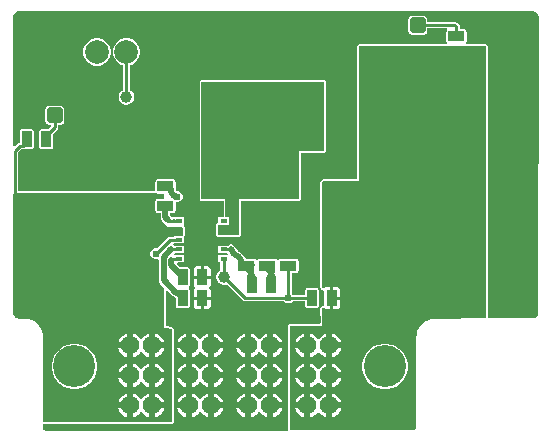
<source format=gtl>
G04*
G04 #@! TF.GenerationSoftware,Altium Limited,Altium Designer,24.5.2 (23)*
G04*
G04 Layer_Physical_Order=1*
G04 Layer_Color=255*
%FSLAX25Y25*%
%MOIN*%
G70*
G04*
G04 #@! TF.SameCoordinates,31380466-C734-4E74-93B1-4E6A1FEF37DE*
G04*
G04*
G04 #@! TF.FilePolarity,Positive*
G04*
G01*
G75*
%ADD11C,0.01968*%
%ADD12C,0.01000*%
%ADD17R,0.05118X0.05118*%
%ADD18R,0.18110X0.13386*%
G04:AMPARAMS|DCode=19|XSize=62.99mil|YSize=118.11mil|CornerRadius=4.72mil|HoleSize=0mil|Usage=FLASHONLY|Rotation=180.000|XOffset=0mil|YOffset=0mil|HoleType=Round|Shape=RoundedRectangle|*
%AMROUNDEDRECTD19*
21,1,0.06299,0.10866,0,0,180.0*
21,1,0.05354,0.11811,0,0,180.0*
1,1,0.00945,-0.02677,0.05433*
1,1,0.00945,0.02677,0.05433*
1,1,0.00945,0.02677,-0.05433*
1,1,0.00945,-0.02677,-0.05433*
%
%ADD19ROUNDEDRECTD19*%
G04:AMPARAMS|DCode=20|XSize=55.12mil|YSize=35.43mil|CornerRadius=2.66mil|HoleSize=0mil|Usage=FLASHONLY|Rotation=270.000|XOffset=0mil|YOffset=0mil|HoleType=Round|Shape=RoundedRectangle|*
%AMROUNDEDRECTD20*
21,1,0.05512,0.03012,0,0,270.0*
21,1,0.04980,0.03543,0,0,270.0*
1,1,0.00532,-0.01506,-0.02490*
1,1,0.00532,-0.01506,0.02490*
1,1,0.00532,0.01506,0.02490*
1,1,0.00532,0.01506,-0.02490*
%
%ADD20ROUNDEDRECTD20*%
G04:AMPARAMS|DCode=21|XSize=55.12mil|YSize=35.43mil|CornerRadius=2.66mil|HoleSize=0mil|Usage=FLASHONLY|Rotation=0.000|XOffset=0mil|YOffset=0mil|HoleType=Round|Shape=RoundedRectangle|*
%AMROUNDEDRECTD21*
21,1,0.05512,0.03012,0,0,0.0*
21,1,0.04980,0.03543,0,0,0.0*
1,1,0.00532,0.02490,-0.01506*
1,1,0.00532,-0.02490,-0.01506*
1,1,0.00532,-0.02490,0.01506*
1,1,0.00532,0.02490,0.01506*
%
%ADD21ROUNDEDRECTD21*%
%ADD22C,0.03937*%
%ADD23R,0.12992X0.12500*%
G04:AMPARAMS|DCode=24|XSize=51.18mil|YSize=51.18mil|CornerRadius=5.12mil|HoleSize=0mil|Usage=FLASHONLY|Rotation=180.000|XOffset=0mil|YOffset=0mil|HoleType=Round|Shape=RoundedRectangle|*
%AMROUNDEDRECTD24*
21,1,0.05118,0.04095,0,0,180.0*
21,1,0.04095,0.05118,0,0,180.0*
1,1,0.01024,-0.02047,0.02047*
1,1,0.01024,0.02047,0.02047*
1,1,0.01024,0.02047,-0.02047*
1,1,0.01024,-0.02047,-0.02047*
%
%ADD24ROUNDEDRECTD24*%
%ADD26R,0.02362X0.01181*%
G04:AMPARAMS|DCode=27|XSize=62.99mil|YSize=118.11mil|CornerRadius=4.72mil|HoleSize=0mil|Usage=FLASHONLY|Rotation=270.000|XOffset=0mil|YOffset=0mil|HoleType=Round|Shape=RoundedRectangle|*
%AMROUNDEDRECTD27*
21,1,0.06299,0.10866,0,0,270.0*
21,1,0.05354,0.11811,0,0,270.0*
1,1,0.00945,-0.05433,-0.02677*
1,1,0.00945,-0.05433,0.02677*
1,1,0.00945,0.05433,0.02677*
1,1,0.00945,0.05433,-0.02677*
%
%ADD27ROUNDEDRECTD27*%
%ADD43R,0.10236X0.11811*%
%ADD44C,0.02000*%
%ADD45C,0.10000*%
%ADD46C,0.07874*%
%ADD47C,0.14016*%
%ADD48C,0.06142*%
%ADD49C,0.05000*%
%ADD50C,0.02400*%
%ADD51C,0.02800*%
G36*
X181700Y37224D02*
X164690Y37139D01*
X164645Y37130D01*
X164600Y37137D01*
X164208Y37117D01*
X164061Y37081D01*
X163910D01*
X163141Y36928D01*
X162955Y36851D01*
X162759Y36812D01*
X162034Y36512D01*
X161867Y36400D01*
X161681Y36323D01*
X161030Y35888D01*
X160888Y35745D01*
X160721Y35634D01*
X160166Y35080D01*
X160055Y34912D01*
X159913Y34770D01*
X159477Y34119D01*
X159400Y33933D01*
X159288Y33766D01*
X158988Y33042D01*
X158949Y32844D01*
X158872Y32659D01*
X158719Y31890D01*
Y31739D01*
X158683Y31592D01*
X158663Y31200D01*
X158671Y31150D01*
X158661Y31100D01*
Y1407D01*
X158586Y1028D01*
X158438Y671D01*
X158223Y350D01*
X157950Y77D01*
X157835Y0D01*
X116900D01*
X116500Y400D01*
Y34800D01*
X126877D01*
X127236Y34800D01*
X127336Y34900D01*
X127335Y35259D01*
X127326Y40601D01*
X127825Y40753D01*
X127930Y40597D01*
X128348Y40317D01*
X128842Y40219D01*
X129848D01*
Y44000D01*
Y47781D01*
X128842D01*
X128348Y47682D01*
X127930Y47403D01*
X127814Y47230D01*
X127314Y47381D01*
X127251Y82647D01*
X127604Y83000D01*
X139500Y83000D01*
Y128000D01*
X181700D01*
Y37224D01*
D02*
G37*
G36*
X78251Y69121D02*
X78241Y69136D01*
X78211Y69149D01*
X78161Y69161D01*
X78091Y69171D01*
X77891Y69187D01*
X77251Y69199D01*
Y70199D01*
X77441Y70200D01*
X78211Y70249D01*
X78241Y70263D01*
X78251Y70278D01*
Y69121D01*
D02*
G37*
G36*
X72172Y78927D02*
X72510Y78859D01*
X74500D01*
Y77141D01*
X72510D01*
X72172Y77073D01*
X71886Y76882D01*
X71694Y76596D01*
X71627Y76258D01*
Y73246D01*
X71694Y72908D01*
X71886Y72622D01*
X72172Y72431D01*
X72510Y72363D01*
X73369D01*
Y71000D01*
X73493Y70376D01*
X73847Y69846D01*
X75893Y67800D01*
X80459D01*
X80811Y67445D01*
X80785Y64800D01*
X77693D01*
X77414Y64522D01*
X76427D01*
X76427Y64522D01*
X75998Y64436D01*
X75634Y64193D01*
X72014Y60573D01*
X71442D01*
X70780Y60299D01*
X70274Y59792D01*
X70000Y59131D01*
Y58415D01*
X70274Y57753D01*
X70780Y57247D01*
X71442Y56973D01*
X72158D01*
X72400Y57073D01*
X72816Y56796D01*
Y49956D01*
X72939Y49338D01*
X73289Y48814D01*
X74600Y47503D01*
Y33750D01*
X74850Y34000D01*
X76042D01*
X76118Y33886D01*
X76404Y33694D01*
X76742Y33627D01*
X77200D01*
Y2700D01*
X34139D01*
Y31049D01*
X34137Y31061D01*
X34161Y31225D01*
X34142Y31617D01*
X34105Y31763D01*
Y31914D01*
X33952Y32683D01*
X33875Y32869D01*
X33836Y33066D01*
X33536Y33790D01*
X33424Y33957D01*
X33347Y34143D01*
X32912Y34795D01*
X32770Y34937D01*
X32658Y35104D01*
X32104Y35658D01*
X31937Y35770D01*
X31795Y35912D01*
X31143Y36347D01*
X30957Y36424D01*
X30790Y36536D01*
X30066Y36836D01*
X29869Y36875D01*
X29683Y36952D01*
X28914Y37105D01*
X28763D01*
X28616Y37142D01*
X28225Y37161D01*
X28174Y37154D01*
X28124Y37163D01*
X26031D01*
X25653Y37239D01*
X25296Y37387D01*
X24974Y37601D01*
X24701Y37874D01*
X24487Y38195D01*
X24339Y38552D01*
X24264Y38931D01*
Y39124D01*
X24264Y39125D01*
X24264Y39125D01*
X24254Y78646D01*
X24607Y79000D01*
X72062D01*
X72172Y78927D01*
D02*
G37*
G36*
X197199Y139761D02*
X197199Y139761D01*
X197200Y139761D01*
X197413D01*
X197831Y139678D01*
X198225Y139515D01*
X198579Y139278D01*
X198880Y138977D01*
X199117Y138622D01*
X199280Y138228D01*
X199363Y137811D01*
Y137600D01*
X199260Y39030D01*
X199261Y39029D01*
X199260Y39028D01*
Y38858D01*
X199194Y38525D01*
X199064Y38211D01*
X198875Y37928D01*
X198635Y37688D01*
X198353Y37499D01*
X198039Y37369D01*
X197706Y37303D01*
X197536D01*
X197531Y37302D01*
X197526Y37303D01*
X182704Y37229D01*
X182349Y37582D01*
Y128000D01*
X182159Y128459D01*
X181700Y128649D01*
X175313D01*
X175172Y128982D01*
X175135Y129149D01*
X175306Y129404D01*
X175373Y129742D01*
Y132754D01*
X175306Y133092D01*
X175114Y133378D01*
X174828Y133570D01*
X174490Y133637D01*
X173122D01*
Y134414D01*
X173036Y134843D01*
X172793Y135207D01*
X172793Y135207D01*
X172207Y135793D01*
X171843Y136036D01*
X171414Y136122D01*
X171414Y136122D01*
X162315D01*
Y137047D01*
X162228Y137481D01*
X161983Y137849D01*
X161615Y138094D01*
X161181Y138181D01*
X157087D01*
X156653Y138094D01*
X156285Y137849D01*
X156039Y137481D01*
X155953Y137047D01*
Y132953D01*
X156039Y132519D01*
X156285Y132151D01*
X156653Y131905D01*
X157087Y131819D01*
X161181D01*
X161615Y131905D01*
X161983Y132151D01*
X162228Y132519D01*
X162315Y132953D01*
Y133878D01*
X168735D01*
X168886Y133378D01*
X168886Y133378D01*
X168694Y133092D01*
X168627Y132754D01*
Y129742D01*
X168694Y129404D01*
X168865Y129149D01*
X168828Y128982D01*
X168687Y128649D01*
X139500D01*
X139041Y128459D01*
X138851Y128000D01*
Y84003D01*
X138497Y83649D01*
X127604Y83650D01*
X127604Y83650D01*
X127604Y83650D01*
X127375Y83555D01*
X127145Y83460D01*
X127145Y83459D01*
X127145Y83459D01*
X126791Y83105D01*
X126791Y83105D01*
X126791Y83105D01*
X126694Y82869D01*
X126602Y82646D01*
X126602Y82646D01*
X126602Y82645D01*
X126664Y47380D01*
X126725Y47233D01*
X126741Y47074D01*
X126818Y47012D01*
X126855Y46921D01*
X127003Y46860D01*
X127126Y46759D01*
X127626Y46608D01*
X127956Y46197D01*
X127959Y46126D01*
Y41859D01*
X127958Y41794D01*
X127636Y41374D01*
X127137Y41222D01*
X127013Y41121D01*
X126866Y41059D01*
X126828Y40969D01*
X126753Y40907D01*
X126737Y40748D01*
X126676Y40600D01*
X126685Y35803D01*
X126332Y35449D01*
X116500D01*
X116041Y35259D01*
X115851Y34800D01*
Y400D01*
X115972Y107D01*
X115722Y-393D01*
X35840Y-457D01*
X35674D01*
X35345Y-391D01*
X35035Y-263D01*
X34756Y-76D01*
X34519Y161D01*
X34333Y440D01*
X34205Y750D01*
X34139Y1079D01*
Y2051D01*
X77200D01*
X77659Y2241D01*
X77849Y2700D01*
Y33627D01*
X77659Y34086D01*
X77200Y34277D01*
X76806D01*
X76658Y34306D01*
X76586Y34354D01*
X76582Y34361D01*
X76526Y34398D01*
X76501Y34459D01*
X76326Y34532D01*
X76168Y34637D01*
X76103Y34624D01*
X76042Y34649D01*
X75249D01*
Y46200D01*
X75711Y46392D01*
X77486Y44618D01*
X78010Y44267D01*
X78228Y44224D01*
X78363Y44089D01*
Y41510D01*
X78431Y41172D01*
X78622Y40886D01*
X78908Y40694D01*
X79246Y40627D01*
X82258D01*
X82596Y40694D01*
X82882Y40886D01*
X83073Y41172D01*
X83141Y41510D01*
Y46490D01*
X83073Y46828D01*
X82882Y47114D01*
X82721Y47222D01*
X82691Y47335D01*
Y47665D01*
X82721Y47778D01*
X82882Y47886D01*
X83073Y48172D01*
X83141Y48510D01*
Y53490D01*
X83073Y53828D01*
X82882Y54114D01*
X82596Y54306D01*
X82258Y54373D01*
X79896D01*
X78858Y55410D01*
X79066Y55910D01*
X81201D01*
Y58291D01*
X77900D01*
X77715Y58735D01*
X78028Y59060D01*
X81201D01*
Y61441D01*
X78019D01*
X77568Y61743D01*
X77701Y62209D01*
X81201D01*
Y64321D01*
X81240Y64336D01*
X81241Y64339D01*
X81244Y64341D01*
X81338Y64568D01*
X81435Y64794D01*
X81461Y67438D01*
X81460Y67440D01*
X81461Y67441D01*
X81367Y67671D01*
X81275Y67899D01*
X81274Y67900D01*
X81273Y67902D01*
X81167Y68009D01*
X81201Y68509D01*
X81201Y68509D01*
Y70890D01*
X78341D01*
X78251Y70927D01*
X78190Y70902D01*
X78125Y70915D01*
X77639Y70890D01*
X77196Y71090D01*
X77153Y71153D01*
X76631Y71676D01*
Y72363D01*
X77490D01*
X77828Y72431D01*
X78114Y72622D01*
X78306Y72908D01*
X78373Y73246D01*
Y75846D01*
X78547Y75963D01*
X79263D01*
X79925Y76237D01*
X80431Y76743D01*
X80705Y77405D01*
Y78121D01*
X80431Y78782D01*
X79925Y79289D01*
X79263Y79563D01*
X78931D01*
X78875Y79600D01*
X78678Y79639D01*
X78387Y79930D01*
Y80461D01*
X78373Y80531D01*
Y82754D01*
X78306Y83092D01*
X78114Y83378D01*
X77828Y83569D01*
X77490Y83637D01*
X72510D01*
X72172Y83569D01*
X71886Y83378D01*
X71694Y83092D01*
X71627Y82754D01*
Y79742D01*
X71551Y79649D01*
X25846D01*
Y92508D01*
X26970Y93632D01*
X27222D01*
X27246Y93627D01*
X30258D01*
X30596Y93694D01*
X30882Y93886D01*
X31073Y94172D01*
X31141Y94510D01*
Y99490D01*
X31073Y99828D01*
X30882Y100114D01*
X30596Y100306D01*
X30258Y100373D01*
X27246D01*
X26908Y100306D01*
X26622Y100114D01*
X26430Y99828D01*
X26363Y99490D01*
Y95847D01*
X26076Y95790D01*
X25712Y95547D01*
X25712Y95546D01*
X24712Y94546D01*
X24250Y94737D01*
X24239Y137700D01*
Y137913D01*
X24322Y138331D01*
X24485Y138725D01*
X24722Y139079D01*
X25023Y139380D01*
X25378Y139617D01*
X25771Y139780D01*
X26189Y139863D01*
X26401D01*
X197199Y139761D01*
D02*
G37*
%LPC*%
G36*
X131854Y47781D02*
X130848D01*
Y44500D01*
X133144D01*
Y46490D01*
X133046Y46984D01*
X132766Y47403D01*
X132348Y47682D01*
X131854Y47781D01*
D02*
G37*
G36*
X133144Y43500D02*
X130848D01*
Y40219D01*
X131854D01*
X132348Y40317D01*
X132766Y40597D01*
X133046Y41016D01*
X133144Y41510D01*
Y43500D01*
D02*
G37*
G36*
X128634Y32167D02*
X128063Y32014D01*
X127135Y31478D01*
X126377Y30720D01*
X126183Y30385D01*
X125683D01*
X125490Y30720D01*
X124732Y31478D01*
X123804Y32014D01*
X123233Y32167D01*
Y28220D01*
Y24274D01*
X123804Y24427D01*
X124732Y24963D01*
X125490Y25721D01*
X125683Y26056D01*
X126183D01*
X126377Y25721D01*
X127135Y24963D01*
X128063Y24427D01*
X128634Y24274D01*
Y28220D01*
Y32167D01*
D02*
G37*
G36*
X130634D02*
Y29221D01*
X133581D01*
X133428Y29792D01*
X132892Y30720D01*
X132134Y31478D01*
X131205Y32014D01*
X130634Y32167D01*
D02*
G37*
G36*
X121233D02*
X120661Y32014D01*
X119733Y31478D01*
X118975Y30720D01*
X118439Y29792D01*
X118286Y29221D01*
X121233D01*
Y32167D01*
D02*
G37*
G36*
X133581Y27220D02*
X130634D01*
Y24274D01*
X131205Y24427D01*
X132134Y24963D01*
X132892Y25721D01*
X133428Y26649D01*
X133581Y27220D01*
D02*
G37*
G36*
X121233D02*
X118286D01*
X118439Y26649D01*
X118975Y25721D01*
X119733Y24963D01*
X120661Y24427D01*
X121233Y24274D01*
Y27220D01*
D02*
G37*
G36*
X128634Y22167D02*
X128063Y22014D01*
X127135Y21478D01*
X126377Y20720D01*
X126183Y20385D01*
X125683D01*
X125490Y20720D01*
X124732Y21478D01*
X123804Y22014D01*
X123233Y22167D01*
Y18221D01*
Y14274D01*
X123804Y14427D01*
X124732Y14963D01*
X125490Y15721D01*
X125683Y16056D01*
X126183D01*
X126377Y15721D01*
X127135Y14963D01*
X128063Y14427D01*
X128634Y14274D01*
Y18221D01*
Y22167D01*
D02*
G37*
G36*
X130634D02*
Y19220D01*
X133581D01*
X133428Y19792D01*
X132892Y20720D01*
X132134Y21478D01*
X131205Y22014D01*
X130634Y22167D01*
D02*
G37*
G36*
X121233D02*
X120661Y22014D01*
X119733Y21478D01*
X118975Y20720D01*
X118439Y19792D01*
X118286Y19220D01*
X121233D01*
Y22167D01*
D02*
G37*
G36*
X133581Y17221D02*
X130634D01*
Y14274D01*
X131205Y14427D01*
X132134Y14963D01*
X132892Y15721D01*
X133428Y16649D01*
X133581Y17221D01*
D02*
G37*
G36*
X121233D02*
X118286D01*
X118439Y16649D01*
X118975Y15721D01*
X119733Y14963D01*
X120661Y14427D01*
X121233Y14274D01*
Y17221D01*
D02*
G37*
G36*
X148888Y28820D02*
X147389D01*
X145919Y28528D01*
X144535Y27955D01*
X143289Y27122D01*
X142229Y26062D01*
X141396Y24816D01*
X140823Y23432D01*
X140530Y21962D01*
Y20463D01*
X140823Y18993D01*
X141396Y17609D01*
X142229Y16363D01*
X143289Y15303D01*
X144535Y14471D01*
X145919Y13897D01*
X147389Y13605D01*
X148888D01*
X150357Y13897D01*
X151742Y14471D01*
X152988Y15303D01*
X154048Y16363D01*
X154880Y17609D01*
X155454Y18993D01*
X155746Y20463D01*
Y21962D01*
X155454Y23432D01*
X154880Y24816D01*
X154048Y26062D01*
X152988Y27122D01*
X151742Y27955D01*
X150357Y28528D01*
X148888Y28820D01*
D02*
G37*
G36*
X128634Y12167D02*
X128063Y12014D01*
X127135Y11478D01*
X126377Y10720D01*
X126183Y10385D01*
X125683D01*
X125490Y10720D01*
X124732Y11478D01*
X123804Y12014D01*
X123233Y12167D01*
Y8220D01*
Y4274D01*
X123804Y4427D01*
X124732Y4963D01*
X125490Y5721D01*
X125683Y6056D01*
X126183D01*
X126377Y5721D01*
X127135Y4963D01*
X128063Y4427D01*
X128634Y4274D01*
Y8220D01*
Y12167D01*
D02*
G37*
G36*
X130634D02*
Y9221D01*
X133581D01*
X133428Y9792D01*
X132892Y10720D01*
X132134Y11478D01*
X131205Y12014D01*
X130634Y12167D01*
D02*
G37*
G36*
X121233D02*
X120661Y12014D01*
X119733Y11478D01*
X118975Y10720D01*
X118439Y9792D01*
X118286Y9221D01*
X121233D01*
Y12167D01*
D02*
G37*
G36*
X133581Y7220D02*
X130634D01*
Y4274D01*
X131205Y4427D01*
X132134Y4963D01*
X132892Y5721D01*
X133428Y6649D01*
X133581Y7220D01*
D02*
G37*
G36*
X121233D02*
X118286D01*
X118439Y6649D01*
X118975Y5721D01*
X119733Y4963D01*
X120661Y4427D01*
X121233Y4274D01*
Y7220D01*
D02*
G37*
G36*
X69579Y32167D02*
X69008Y32014D01*
X68080Y31478D01*
X67322Y30720D01*
X67128Y30385D01*
X66628D01*
X66435Y30720D01*
X65677Y31478D01*
X64749Y32014D01*
X64178Y32167D01*
Y28220D01*
Y24274D01*
X64749Y24427D01*
X65677Y24963D01*
X66435Y25721D01*
X66628Y26056D01*
X67128D01*
X67322Y25721D01*
X68080Y24963D01*
X69008Y24427D01*
X69579Y24274D01*
Y28220D01*
Y32167D01*
D02*
G37*
G36*
X71579D02*
Y29221D01*
X74526D01*
X74373Y29792D01*
X73837Y30720D01*
X73079Y31478D01*
X72150Y32014D01*
X71579Y32167D01*
D02*
G37*
G36*
X62178D02*
X61606Y32014D01*
X60678Y31478D01*
X59920Y30720D01*
X59384Y29792D01*
X59231Y29221D01*
X62178D01*
Y32167D01*
D02*
G37*
G36*
X74526Y27220D02*
X71579D01*
Y24274D01*
X72150Y24427D01*
X73079Y24963D01*
X73837Y25721D01*
X74373Y26649D01*
X74526Y27220D01*
D02*
G37*
G36*
X62178D02*
X59231D01*
X59384Y26649D01*
X59920Y25721D01*
X60678Y24963D01*
X61606Y24427D01*
X62178Y24274D01*
Y27220D01*
D02*
G37*
G36*
X69579Y22167D02*
X69008Y22014D01*
X68080Y21478D01*
X67322Y20720D01*
X67128Y20385D01*
X66628D01*
X66435Y20720D01*
X65677Y21478D01*
X64749Y22014D01*
X64178Y22167D01*
Y18221D01*
Y14274D01*
X64749Y14427D01*
X65677Y14963D01*
X66435Y15721D01*
X66628Y16056D01*
X67128D01*
X67322Y15721D01*
X68080Y14963D01*
X69008Y14427D01*
X69579Y14274D01*
Y18221D01*
Y22167D01*
D02*
G37*
G36*
X71579D02*
Y19220D01*
X74526D01*
X74373Y19792D01*
X73837Y20720D01*
X73079Y21478D01*
X72150Y22014D01*
X71579Y22167D01*
D02*
G37*
G36*
X62178D02*
X61606Y22014D01*
X60678Y21478D01*
X59920Y20720D01*
X59384Y19792D01*
X59231Y19220D01*
X62178D01*
Y22167D01*
D02*
G37*
G36*
X74526Y17221D02*
X71579D01*
Y14274D01*
X72150Y14427D01*
X73079Y14963D01*
X73837Y15721D01*
X74373Y16649D01*
X74526Y17221D01*
D02*
G37*
G36*
X62178D02*
X59231D01*
X59384Y16649D01*
X59920Y15721D01*
X60678Y14963D01*
X61606Y14427D01*
X62178Y14274D01*
Y17221D01*
D02*
G37*
G36*
X45423Y28820D02*
X43924D01*
X42454Y28528D01*
X41070Y27955D01*
X39824Y27122D01*
X38764Y26062D01*
X37932Y24816D01*
X37358Y23432D01*
X37066Y21962D01*
Y20463D01*
X37358Y18993D01*
X37932Y17609D01*
X38764Y16363D01*
X39824Y15303D01*
X41070Y14471D01*
X42454Y13897D01*
X43924Y13605D01*
X45423D01*
X46893Y13897D01*
X48277Y14471D01*
X49523Y15303D01*
X50583Y16363D01*
X51416Y17609D01*
X51989Y18993D01*
X52281Y20463D01*
Y21962D01*
X51989Y23432D01*
X51416Y24816D01*
X50583Y26062D01*
X49523Y27122D01*
X48277Y27955D01*
X46893Y28528D01*
X45423Y28820D01*
D02*
G37*
G36*
X69579Y12167D02*
X69008Y12014D01*
X68080Y11478D01*
X67322Y10720D01*
X67128Y10385D01*
X66628D01*
X66435Y10720D01*
X65677Y11478D01*
X64749Y12014D01*
X64178Y12167D01*
Y8220D01*
Y4274D01*
X64749Y4427D01*
X65677Y4963D01*
X66435Y5721D01*
X66628Y6056D01*
X67128D01*
X67322Y5721D01*
X68080Y4963D01*
X69008Y4427D01*
X69579Y4274D01*
Y8220D01*
Y12167D01*
D02*
G37*
G36*
X71579D02*
Y9221D01*
X74526D01*
X74373Y9792D01*
X73837Y10720D01*
X73079Y11478D01*
X72150Y12014D01*
X71579Y12167D01*
D02*
G37*
G36*
X62178D02*
X61606Y12014D01*
X60678Y11478D01*
X59920Y10720D01*
X59384Y9792D01*
X59231Y9221D01*
X62178D01*
Y12167D01*
D02*
G37*
G36*
X74526Y7220D02*
X71579D01*
Y4274D01*
X72150Y4427D01*
X73079Y4963D01*
X73837Y5721D01*
X74373Y6649D01*
X74526Y7220D01*
D02*
G37*
G36*
X62178D02*
X59231D01*
X59384Y6649D01*
X59920Y5721D01*
X60678Y4963D01*
X61606Y4427D01*
X62178Y4274D01*
Y7220D01*
D02*
G37*
G36*
X52755Y130537D02*
X51560D01*
X50406Y130228D01*
X49372Y129630D01*
X48527Y128786D01*
X47930Y127751D01*
X47620Y126597D01*
Y125403D01*
X47930Y124249D01*
X48527Y123214D01*
X49372Y122370D01*
X50406Y121772D01*
X51560Y121463D01*
X52755D01*
X53909Y121772D01*
X54943Y122370D01*
X55788Y123214D01*
X56385Y124249D01*
X56695Y125403D01*
Y126597D01*
X56385Y127751D01*
X55788Y128786D01*
X54943Y129630D01*
X53909Y130228D01*
X52755Y130537D01*
D02*
G37*
G36*
X62597D02*
X61403D01*
X60249Y130228D01*
X59214Y129630D01*
X58369Y128786D01*
X57772Y127751D01*
X57463Y126597D01*
Y125403D01*
X57772Y124249D01*
X58369Y123214D01*
X59214Y122370D01*
X60249Y121772D01*
X60878Y121604D01*
Y113318D01*
X60423Y113055D01*
X59945Y112577D01*
X59606Y111991D01*
X59431Y111338D01*
Y110662D01*
X59606Y110009D01*
X59945Y109423D01*
X60423Y108945D01*
X61009Y108607D01*
X61662Y108431D01*
X62338D01*
X62991Y108607D01*
X63577Y108945D01*
X64055Y109423D01*
X64394Y110009D01*
X64569Y110662D01*
Y111338D01*
X64394Y111991D01*
X64055Y112577D01*
X63577Y113055D01*
X63122Y113318D01*
Y121604D01*
X63751Y121772D01*
X64786Y122370D01*
X65631Y123214D01*
X66228Y124249D01*
X66537Y125403D01*
Y126597D01*
X66228Y127751D01*
X65631Y128786D01*
X64786Y129630D01*
X63751Y130228D01*
X62597Y130537D01*
D02*
G37*
G36*
X40181Y108181D02*
X36087D01*
X35653Y108095D01*
X35285Y107849D01*
X35039Y107481D01*
X34953Y107047D01*
Y102953D01*
X35039Y102519D01*
X35285Y102151D01*
X35653Y101906D01*
X36087Y101819D01*
X36975D01*
X36997Y101319D01*
X36051Y100373D01*
X33742D01*
X33404Y100306D01*
X33118Y100114D01*
X32927Y99828D01*
X32859Y99490D01*
Y94510D01*
X32927Y94172D01*
X33118Y93886D01*
X33404Y93694D01*
X33742Y93627D01*
X36754D01*
X37092Y93694D01*
X37378Y93886D01*
X37569Y94172D01*
X37637Y94510D01*
Y98787D01*
X38927Y100077D01*
X39170Y100441D01*
X39255Y100870D01*
X39255Y100870D01*
Y101819D01*
X40181D01*
X40615Y101906D01*
X40983Y102151D01*
X41228Y102519D01*
X41315Y102953D01*
Y107047D01*
X41228Y107481D01*
X40983Y107849D01*
X40615Y108095D01*
X40181Y108181D01*
D02*
G37*
G36*
X128000Y116649D02*
X87000D01*
X86541Y116459D01*
X86351Y116000D01*
Y77000D01*
X86541Y76541D01*
X87000Y76351D01*
X94351D01*
Y70890D01*
X92599D01*
Y69150D01*
X92159Y68968D01*
X91969Y68509D01*
Y65000D01*
X92159Y64541D01*
X92618Y64351D01*
X99500D01*
X99959Y64541D01*
X100149Y65000D01*
Y76351D01*
X119500D01*
X119959Y76541D01*
X120149Y77000D01*
Y92351D01*
X128000Y92351D01*
X128459Y92541D01*
X128649Y93000D01*
X128649Y116000D01*
X128459Y116459D01*
X128000Y116649D01*
D02*
G37*
G36*
X96750Y61882D02*
X96125Y61758D01*
X95682Y61462D01*
X95675Y61466D01*
X95610Y61453D01*
X95549Y61478D01*
X95459Y61441D01*
X92599D01*
Y59060D01*
X95459D01*
X95549Y59022D01*
X95731Y58753D01*
X95544Y58366D01*
X95477Y58291D01*
X92599D01*
Y55910D01*
X93259D01*
Y53249D01*
X92923Y53055D01*
X92445Y52577D01*
X92106Y51991D01*
X91931Y51338D01*
Y50662D01*
X92106Y50009D01*
X92445Y49423D01*
X92923Y48945D01*
X93509Y48607D01*
X94162Y48432D01*
X94838D01*
X95346Y48568D01*
X100707Y43207D01*
X100707Y43207D01*
X101071Y42964D01*
X101500Y42878D01*
X101500Y42878D01*
X114576D01*
X114980Y42474D01*
X115642Y42200D01*
X116358D01*
X117020Y42474D01*
X117424Y42878D01*
X121463D01*
Y41510D01*
X121530Y41172D01*
X121722Y40886D01*
X122008Y40694D01*
X122346Y40627D01*
X125358D01*
X125696Y40694D01*
X125982Y40886D01*
X126173Y41172D01*
X126241Y41510D01*
Y46490D01*
X126173Y46828D01*
X125982Y47114D01*
X125696Y47306D01*
X125358Y47373D01*
X122346D01*
X122008Y47306D01*
X121722Y47114D01*
X121530Y46828D01*
X121463Y46490D01*
Y45122D01*
X117424D01*
X117122Y45424D01*
Y52363D01*
X118490D01*
X118828Y52431D01*
X119114Y52622D01*
X119306Y52908D01*
X119373Y53246D01*
Y56258D01*
X119306Y56596D01*
X119114Y56882D01*
X118828Y57073D01*
X118490Y57141D01*
X113510D01*
X113172Y57073D01*
X112886Y56882D01*
X112778Y56721D01*
X112665Y56691D01*
X112335D01*
X112222Y56721D01*
X112114Y56882D01*
X111828Y57073D01*
X111490Y57141D01*
X106510D01*
X106172Y57073D01*
X105886Y56882D01*
X105778Y56721D01*
X105665Y56691D01*
X105335D01*
X105222Y56721D01*
X105114Y56882D01*
X104828Y57073D01*
X104490Y57141D01*
X101789D01*
X101751Y57329D01*
X101398Y57858D01*
X100226Y59030D01*
X99697Y59383D01*
X99497Y59423D01*
X99204Y59717D01*
X99151Y59980D01*
X98798Y60510D01*
X97903Y61404D01*
X97374Y61758D01*
X96750Y61882D01*
D02*
G37*
G36*
X88754Y54781D02*
X87748D01*
Y51500D01*
X90044D01*
Y53490D01*
X89946Y53984D01*
X89666Y54403D01*
X89248Y54682D01*
X88754Y54781D01*
D02*
G37*
G36*
X86748D02*
X85742D01*
X85248Y54682D01*
X84830Y54403D01*
X84550Y53984D01*
X84452Y53490D01*
Y51500D01*
X86748D01*
Y54781D01*
D02*
G37*
G36*
X90044Y50500D02*
X87248D01*
X84452D01*
Y48510D01*
X84550Y48016D01*
X84830Y47597D01*
Y47403D01*
X84550Y46984D01*
X84452Y46490D01*
Y44500D01*
X87248D01*
X90044D01*
Y46490D01*
X89946Y46984D01*
X89666Y47403D01*
Y47597D01*
X89946Y48016D01*
X90044Y48510D01*
Y50500D01*
D02*
G37*
G36*
Y43500D02*
X87748D01*
Y40219D01*
X88754D01*
X89248Y40317D01*
X89666Y40597D01*
X89946Y41016D01*
X90044Y41510D01*
Y43500D01*
D02*
G37*
G36*
X86748D02*
X84452D01*
Y41510D01*
X84550Y41016D01*
X84830Y40597D01*
X85248Y40317D01*
X85742Y40219D01*
X86748D01*
Y43500D01*
D02*
G37*
G36*
X108949Y32167D02*
X108378Y32014D01*
X107450Y31478D01*
X106692Y30720D01*
X106498Y30385D01*
X105998D01*
X105805Y30720D01*
X105047Y31478D01*
X104119Y32014D01*
X103548Y32167D01*
Y28220D01*
Y24274D01*
X104119Y24427D01*
X105047Y24963D01*
X105805Y25721D01*
X105998Y26056D01*
X106498D01*
X106692Y25721D01*
X107450Y24963D01*
X108378Y24427D01*
X108949Y24274D01*
Y28220D01*
Y32167D01*
D02*
G37*
G36*
X89264D02*
X88693Y32014D01*
X87765Y31478D01*
X87007Y30720D01*
X86813Y30385D01*
X86313D01*
X86120Y30720D01*
X85362Y31478D01*
X84434Y32014D01*
X83863Y32167D01*
Y28220D01*
Y24274D01*
X84434Y24427D01*
X85362Y24963D01*
X86120Y25721D01*
X86313Y26056D01*
X86813D01*
X87007Y25721D01*
X87765Y24963D01*
X88693Y24427D01*
X89264Y24274D01*
Y28220D01*
Y32167D01*
D02*
G37*
G36*
X110949D02*
Y29221D01*
X113896D01*
X113743Y29792D01*
X113207Y30720D01*
X112449Y31478D01*
X111521Y32014D01*
X110949Y32167D01*
D02*
G37*
G36*
X101548D02*
X100976Y32014D01*
X100048Y31478D01*
X99290Y30720D01*
X98754Y29792D01*
X98601Y29221D01*
X101548D01*
Y32167D01*
D02*
G37*
G36*
X91264D02*
Y29221D01*
X94211D01*
X94058Y29792D01*
X93522Y30720D01*
X92764Y31478D01*
X91835Y32014D01*
X91264Y32167D01*
D02*
G37*
G36*
X81863D02*
X81291Y32014D01*
X80363Y31478D01*
X79605Y30720D01*
X79069Y29792D01*
X78916Y29221D01*
X81863D01*
Y32167D01*
D02*
G37*
G36*
X113896Y27220D02*
X110949D01*
Y24274D01*
X111521Y24427D01*
X112449Y24963D01*
X113207Y25721D01*
X113743Y26649D01*
X113896Y27220D01*
D02*
G37*
G36*
X101548D02*
X98601D01*
X98754Y26649D01*
X99290Y25721D01*
X100048Y24963D01*
X100976Y24427D01*
X101548Y24274D01*
Y27220D01*
D02*
G37*
G36*
X94211D02*
X91264D01*
Y24274D01*
X91835Y24427D01*
X92764Y24963D01*
X93522Y25721D01*
X94058Y26649D01*
X94211Y27220D01*
D02*
G37*
G36*
X81863D02*
X78916D01*
X79069Y26649D01*
X79605Y25721D01*
X80363Y24963D01*
X81291Y24427D01*
X81863Y24274D01*
Y27220D01*
D02*
G37*
G36*
X108949Y22167D02*
X108378Y22014D01*
X107450Y21478D01*
X106692Y20720D01*
X106498Y20385D01*
X105998D01*
X105805Y20720D01*
X105047Y21478D01*
X104119Y22014D01*
X103548Y22167D01*
Y18221D01*
Y14274D01*
X104119Y14427D01*
X105047Y14963D01*
X105805Y15721D01*
X105998Y16056D01*
X106498D01*
X106692Y15721D01*
X107450Y14963D01*
X108378Y14427D01*
X108949Y14274D01*
Y18221D01*
Y22167D01*
D02*
G37*
G36*
X89264D02*
X88693Y22014D01*
X87765Y21478D01*
X87007Y20720D01*
X86813Y20385D01*
X86313D01*
X86120Y20720D01*
X85362Y21478D01*
X84434Y22014D01*
X83863Y22167D01*
Y18221D01*
Y14274D01*
X84434Y14427D01*
X85362Y14963D01*
X86120Y15721D01*
X86313Y16056D01*
X86813D01*
X87007Y15721D01*
X87765Y14963D01*
X88693Y14427D01*
X89264Y14274D01*
Y18221D01*
Y22167D01*
D02*
G37*
G36*
X110949D02*
Y19220D01*
X113896D01*
X113743Y19792D01*
X113207Y20720D01*
X112449Y21478D01*
X111521Y22014D01*
X110949Y22167D01*
D02*
G37*
G36*
X101548D02*
X100976Y22014D01*
X100048Y21478D01*
X99290Y20720D01*
X98754Y19792D01*
X98601Y19220D01*
X101548D01*
Y22167D01*
D02*
G37*
G36*
X91264D02*
Y19220D01*
X94211D01*
X94058Y19792D01*
X93522Y20720D01*
X92764Y21478D01*
X91835Y22014D01*
X91264Y22167D01*
D02*
G37*
G36*
X81863D02*
X81291Y22014D01*
X80363Y21478D01*
X79605Y20720D01*
X79069Y19792D01*
X78916Y19220D01*
X81863D01*
Y22167D01*
D02*
G37*
G36*
X113896Y17221D02*
X110949D01*
Y14274D01*
X111521Y14427D01*
X112449Y14963D01*
X113207Y15721D01*
X113743Y16649D01*
X113896Y17221D01*
D02*
G37*
G36*
X101548D02*
X98601D01*
X98754Y16649D01*
X99290Y15721D01*
X100048Y14963D01*
X100976Y14427D01*
X101548Y14274D01*
Y17221D01*
D02*
G37*
G36*
X94211D02*
X91264D01*
Y14274D01*
X91835Y14427D01*
X92764Y14963D01*
X93522Y15721D01*
X94058Y16649D01*
X94211Y17221D01*
D02*
G37*
G36*
X81863D02*
X78916D01*
X79069Y16649D01*
X79605Y15721D01*
X80363Y14963D01*
X81291Y14427D01*
X81863Y14274D01*
Y17221D01*
D02*
G37*
G36*
X108949Y12167D02*
X108378Y12014D01*
X107450Y11478D01*
X106692Y10720D01*
X106498Y10385D01*
X105998D01*
X105805Y10720D01*
X105047Y11478D01*
X104119Y12014D01*
X103548Y12167D01*
Y8220D01*
Y4274D01*
X104119Y4427D01*
X105047Y4963D01*
X105805Y5721D01*
X105998Y6056D01*
X106498D01*
X106692Y5721D01*
X107450Y4963D01*
X108378Y4427D01*
X108949Y4274D01*
Y8220D01*
Y12167D01*
D02*
G37*
G36*
X89264D02*
X88693Y12014D01*
X87765Y11478D01*
X87007Y10720D01*
X86813Y10385D01*
X86313D01*
X86120Y10720D01*
X85362Y11478D01*
X84434Y12014D01*
X83863Y12167D01*
Y8220D01*
Y4274D01*
X84434Y4427D01*
X85362Y4963D01*
X86120Y5721D01*
X86313Y6056D01*
X86813D01*
X87007Y5721D01*
X87765Y4963D01*
X88693Y4427D01*
X89264Y4274D01*
Y8220D01*
Y12167D01*
D02*
G37*
G36*
X110949D02*
Y9221D01*
X113896D01*
X113743Y9792D01*
X113207Y10720D01*
X112449Y11478D01*
X111521Y12014D01*
X110949Y12167D01*
D02*
G37*
G36*
X101548D02*
X100976Y12014D01*
X100048Y11478D01*
X99290Y10720D01*
X98754Y9792D01*
X98601Y9221D01*
X101548D01*
Y12167D01*
D02*
G37*
G36*
X91264D02*
Y9221D01*
X94211D01*
X94058Y9792D01*
X93522Y10720D01*
X92764Y11478D01*
X91835Y12014D01*
X91264Y12167D01*
D02*
G37*
G36*
X81863D02*
X81291Y12014D01*
X80363Y11478D01*
X79605Y10720D01*
X79069Y9792D01*
X78916Y9221D01*
X81863D01*
Y12167D01*
D02*
G37*
G36*
X113896Y7220D02*
X110949D01*
Y4274D01*
X111521Y4427D01*
X112449Y4963D01*
X113207Y5721D01*
X113743Y6649D01*
X113896Y7220D01*
D02*
G37*
G36*
X101548D02*
X98601D01*
X98754Y6649D01*
X99290Y5721D01*
X100048Y4963D01*
X100976Y4427D01*
X101548Y4274D01*
Y7220D01*
D02*
G37*
G36*
X94211D02*
X91264D01*
Y4274D01*
X91835Y4427D01*
X92764Y4963D01*
X93522Y5721D01*
X94058Y6649D01*
X94211Y7220D01*
D02*
G37*
G36*
X81863D02*
X78916D01*
X79069Y6649D01*
X79605Y5721D01*
X80363Y4963D01*
X81291Y4427D01*
X81863Y4274D01*
Y7220D01*
D02*
G37*
%LPD*%
G36*
X128000Y93000D02*
X119500Y93000D01*
Y77000D01*
X99500D01*
Y65000D01*
X92618D01*
Y68509D01*
X96161D01*
Y70890D01*
X95000D01*
Y77000D01*
X87000D01*
Y116000D01*
X128000D01*
X128000Y93000D01*
D02*
G37*
G36*
X95559Y60814D02*
X95589Y60801D01*
X95639Y60789D01*
X95709Y60779D01*
X95909Y60763D01*
X96549Y60750D01*
Y59750D01*
X96359Y59750D01*
X95589Y59700D01*
X95559Y59687D01*
X95549Y59672D01*
Y60829D01*
X95559Y60814D01*
D02*
G37*
G36*
X104434Y53134D02*
X104729Y53147D01*
X104684Y53058D01*
X104648Y52941D01*
X104622Y52797D01*
X104605Y52624D01*
X104598Y52424D01*
X104599Y52396D01*
X104676Y52180D01*
X104771Y51964D01*
X104880Y51768D01*
X105001Y51591D01*
X105135Y51433D01*
X105282Y51293D01*
X105441Y51173D01*
X104688Y51155D01*
X104706Y51004D01*
X102690D01*
X102674Y51105D01*
X102007Y51089D01*
X102112Y51262D01*
X102203Y51445D01*
X102279Y51636D01*
X102340Y51837D01*
X102387Y52046D01*
X102408Y52185D01*
X102361Y52302D01*
X102242Y52523D01*
X102108Y52701D01*
X101960Y52838D01*
X101796Y52934D01*
X101618Y52987D01*
X101426Y52999D01*
X102422Y53044D01*
X102402Y53232D01*
X104419D01*
X104434Y53134D01*
D02*
G37*
G36*
X111252Y53055D02*
X111673Y53063D01*
X111592Y52991D01*
X111520Y52889D01*
X111456Y52757D01*
X111401Y52595D01*
X111354Y52402D01*
X111332Y52273D01*
X111358Y52141D01*
X111420Y51922D01*
X111496Y51726D01*
X111586Y51553D01*
X111689Y51403D01*
X111806Y51277D01*
X111937Y51173D01*
X111250D01*
X111248Y50987D01*
X109248D01*
X109243Y51173D01*
X108559D01*
X108690Y51277D01*
X108807Y51403D01*
X108911Y51553D01*
X109000Y51726D01*
X109076Y51922D01*
X109132Y52120D01*
X109088Y52284D01*
X108998Y52506D01*
X108888Y52686D01*
X108758Y52826D01*
X108608Y52925D01*
X108438Y52983D01*
X108248Y52999D01*
X109243Y53018D01*
X109248Y53249D01*
X111248D01*
X111252Y53055D01*
D02*
G37*
D11*
X76772Y79261D02*
X77925Y78108D01*
X78256D02*
X78386Y77978D01*
X78573D02*
X78789Y77763D01*
X76772Y79261D02*
Y80461D01*
X77925Y78108D02*
X78256D01*
X78386Y77978D02*
X78573D01*
X78789Y77763D02*
X78905D01*
X75984Y81248D02*
X76772Y80461D01*
X75000Y81248D02*
X75984D01*
X74432Y49956D02*
Y57864D01*
X77000Y54984D02*
X80900Y51084D01*
X77000Y54984D02*
Y56800D01*
X74432Y57864D02*
X76818Y60250D01*
X76950D01*
X74432Y49956D02*
X78628Y45760D01*
X78976D01*
X80752Y43984D01*
X80900Y50100D02*
Y51084D01*
X80752Y43000D02*
Y43984D01*
D12*
X62000Y111000D02*
Y126000D01*
X28752Y96025D02*
Y97000D01*
X24724Y68176D02*
Y92972D01*
X26505Y94753D01*
X27480D01*
X28752Y96025D01*
X24724Y68176D02*
X29635Y63265D01*
X159134Y135000D02*
X171414D01*
X172000Y134414D01*
Y131248D02*
Y134414D01*
X77000Y56800D02*
X77301Y57101D01*
X76427Y63400D02*
X79420D01*
X71800Y58773D02*
X76427Y63400D01*
X77301Y57101D02*
X79420D01*
X76950Y60250D02*
X79420D01*
X123752Y44000D02*
X124252Y44500D01*
X116000Y44000D02*
X123752D01*
X29635Y63265D02*
X31735D01*
X32500Y62500D01*
X35248Y97984D02*
X38134Y100870D01*
X35248Y97000D02*
Y97984D01*
X38134Y100870D02*
Y105000D01*
X116000Y44000D02*
Y54752D01*
X94703Y50797D02*
X101500Y44000D01*
X116000D01*
X94380Y60250D02*
X96750D01*
X94380Y52620D02*
X95000Y52000D01*
X94380Y52620D02*
Y57101D01*
X76301Y69699D02*
X79420D01*
X76000Y70000D02*
X76301Y69699D01*
X80122Y50370D02*
Y51630D01*
Y50370D02*
X80752Y51000D01*
D17*
X81000Y91677D02*
D03*
Y99000D02*
D03*
D18*
X96551Y95339D02*
D03*
D19*
X190087Y88000D02*
D03*
X175913D02*
D03*
X190087Y101000D02*
D03*
X175913D02*
D03*
Y75000D02*
D03*
X190087D02*
D03*
D20*
X78248Y37000D02*
D03*
X71752D02*
D03*
X178752Y111000D02*
D03*
X185248D02*
D03*
Y118000D02*
D03*
X178752D02*
D03*
X130348Y44000D02*
D03*
X123852D02*
D03*
X103752Y48500D02*
D03*
X110248D02*
D03*
X87248Y44000D02*
D03*
X80752D02*
D03*
X28752Y97000D02*
D03*
X35248D02*
D03*
X87248Y51000D02*
D03*
X80752D02*
D03*
X185248Y125000D02*
D03*
X178752D02*
D03*
D21*
X68000Y82248D02*
D03*
Y75752D02*
D03*
X172000Y131248D02*
D03*
Y124752D02*
D03*
X109000Y61248D02*
D03*
Y54752D02*
D03*
X102000Y61248D02*
D03*
Y54752D02*
D03*
X75000Y81248D02*
D03*
Y74752D02*
D03*
X116000Y61248D02*
D03*
Y54752D02*
D03*
D22*
X93000Y113000D02*
D03*
X94500Y51000D02*
D03*
X62000Y111000D02*
D03*
D23*
X117000Y104900D02*
D03*
X162000D02*
D03*
D24*
X159134Y135000D02*
D03*
X150866D02*
D03*
X38134Y105000D02*
D03*
X29866D02*
D03*
D26*
X79420Y69699D02*
D03*
Y66550D02*
D03*
Y63400D02*
D03*
Y60250D02*
D03*
Y57101D02*
D03*
X94380Y69699D02*
D03*
Y66550D02*
D03*
Y63400D02*
D03*
Y60250D02*
D03*
Y57101D02*
D03*
D27*
X32000Y72913D02*
D03*
Y87087D02*
D03*
X45000Y72913D02*
D03*
Y87087D02*
D03*
X58000Y72913D02*
D03*
Y87087D02*
D03*
D43*
X86900Y63400D02*
D03*
D44*
X99072Y57876D02*
X100244Y56705D01*
Y55524D02*
Y56705D01*
X96750Y60250D02*
X97644Y59356D01*
Y58969D02*
X98737Y57876D01*
X99072D01*
X100244Y55524D02*
X100768Y55000D01*
X97644Y58969D02*
Y59356D01*
X100768Y55000D02*
X103737D01*
X110248Y49500D02*
Y55004D01*
X110000Y55252D02*
X110248Y55004D01*
X103376Y53500D02*
Y54628D01*
Y53500D02*
X103876Y49624D01*
X75000Y71000D02*
X76000Y70000D01*
X75000Y71000D02*
Y74752D01*
D45*
X51000Y102000D02*
D03*
X102500Y122500D02*
D03*
X160000Y43100D02*
D03*
X32500Y47500D02*
D03*
D46*
X52157Y126000D02*
D03*
X62000D02*
D03*
X71842D02*
D03*
D47*
X148138Y21213D02*
D03*
X44674D02*
D03*
D48*
X70579Y8220D02*
D03*
X63178D02*
D03*
X70579Y18221D02*
D03*
X63178D02*
D03*
X70579Y28220D02*
D03*
X63178D02*
D03*
X129634Y8220D02*
D03*
X122233D02*
D03*
X129634Y18221D02*
D03*
X122233D02*
D03*
X129634Y28220D02*
D03*
X122233D02*
D03*
X109949Y8220D02*
D03*
X102548D02*
D03*
X109949Y18221D02*
D03*
X102548D02*
D03*
X109949Y28220D02*
D03*
X102548D02*
D03*
X90264Y8220D02*
D03*
X82863D02*
D03*
X90264Y18221D02*
D03*
X82863D02*
D03*
X90264Y28220D02*
D03*
X82863D02*
D03*
D49*
X192250Y127500D02*
D03*
Y52500D02*
D03*
X186000Y40000D02*
D03*
X129750Y127500D02*
D03*
X136000Y115000D02*
D03*
Y90000D02*
D03*
X117250Y127500D02*
D03*
X123500Y65000D02*
D03*
X111000Y40000D02*
D03*
X92250Y127500D02*
D03*
X98500Y40000D02*
D03*
X79750Y127500D02*
D03*
X73500Y115000D02*
D03*
X67250Y102500D02*
D03*
X73500Y90000D02*
D03*
X42250Y127500D02*
D03*
X48500Y115000D02*
D03*
X29750Y127500D02*
D03*
X36000Y115000D02*
D03*
X62000Y62000D02*
D03*
X92000Y81000D02*
D03*
X196000Y122000D02*
D03*
Y110000D02*
D03*
Y81000D02*
D03*
Y95000D02*
D03*
X190803Y45025D02*
D03*
X190546Y63894D02*
D03*
X175000Y42500D02*
D03*
Y57500D02*
D03*
X160000Y120000D02*
D03*
X145000D02*
D03*
X150000Y5000D02*
D03*
X140000D02*
D03*
X52500Y7500D02*
D03*
X40000D02*
D03*
X62500Y37500D02*
D03*
X47500D02*
D03*
X32500Y62500D02*
D03*
X47500D02*
D03*
Y50000D02*
D03*
X62500D02*
D03*
X145000Y105000D02*
D03*
X160000Y90000D02*
D03*
X145000D02*
D03*
X160000Y72500D02*
D03*
Y57500D02*
D03*
X145000Y72500D02*
D03*
Y57500D02*
D03*
Y40000D02*
D03*
X114000Y82000D02*
D03*
X103000Y81000D02*
D03*
Y111000D02*
D03*
D50*
X78905Y77763D02*
D03*
X71800Y58773D02*
D03*
X116000Y44000D02*
D03*
X97000Y75000D02*
D03*
D51*
X89231Y59400D02*
D03*
X84341D02*
D03*
X89231Y63400D02*
D03*
X84341D02*
D03*
X89231Y67400D02*
D03*
X84341D02*
D03*
M02*

</source>
